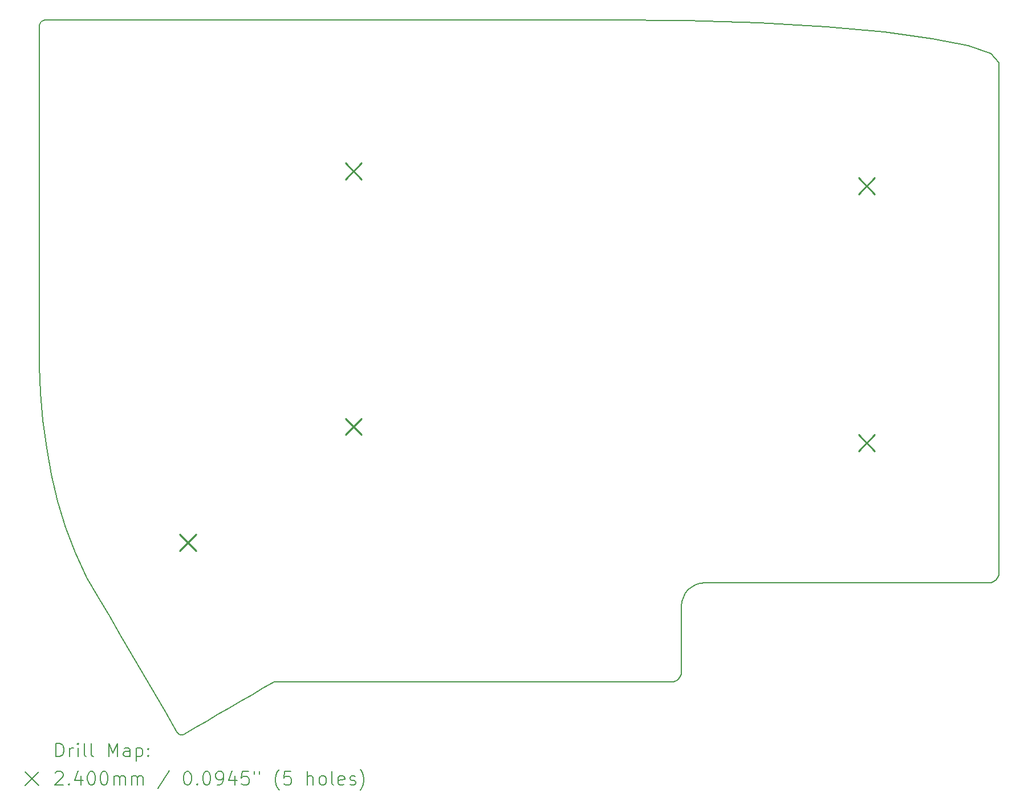
<source format=gbr>
%TF.GenerationSoftware,KiCad,Pcbnew,7.0.10*%
%TF.CreationDate,2024-04-22T20:10:47+02:00*%
%TF.ProjectId,Lily58_Pro_BOTTOM,4c696c79-3538-45f5-9072-6f5f424f5454,rev?*%
%TF.SameCoordinates,Original*%
%TF.FileFunction,Drillmap*%
%TF.FilePolarity,Positive*%
%FSLAX45Y45*%
G04 Gerber Fmt 4.5, Leading zero omitted, Abs format (unit mm)*
G04 Created by KiCad (PCBNEW 7.0.10) date 2024-04-22 20:10:47*
%MOMM*%
%LPD*%
G01*
G04 APERTURE LIST*
%ADD10C,0.200000*%
%ADD11C,0.240000*%
G04 APERTURE END LIST*
D10*
X11618662Y-13648078D02*
X11786231Y-13551064D01*
X11451092Y-13745092D02*
X11618662Y-13648078D01*
X8293753Y-5075063D02*
X8293753Y-4444370D01*
X8293753Y-5705756D02*
X8293753Y-5075063D01*
X11521171Y-3708676D02*
X10480388Y-3708676D01*
X21869242Y-12078973D02*
X22396000Y-12078973D01*
X21342484Y-12078973D02*
X21869242Y-12078973D01*
X20815726Y-12078973D02*
X21342484Y-12078973D01*
X20288967Y-12078973D02*
X20815726Y-12078973D01*
X19762209Y-12078973D02*
X20288967Y-12078973D01*
X19235451Y-12078973D02*
X19762209Y-12078973D01*
X18708693Y-12078973D02*
X19235451Y-12078973D01*
X18181935Y-12078973D02*
X18708693Y-12078973D01*
X18111352Y-12086078D02*
X18181935Y-12078973D01*
X18045633Y-12106456D02*
X18111352Y-12086078D01*
X17986177Y-12138706D02*
X18045633Y-12106456D01*
X17934388Y-12181427D02*
X17986177Y-12138706D01*
X17891668Y-12233216D02*
X17934388Y-12181427D01*
X17859417Y-12292671D02*
X17891668Y-12233216D01*
X17839039Y-12358391D02*
X17859417Y-12292671D01*
X17831935Y-12428973D02*
X17839039Y-12358391D01*
X19980765Y-3817049D02*
X18991954Y-3758537D01*
X20842076Y-3894556D02*
X19980765Y-3817049D01*
X21552570Y-3988516D02*
X20842076Y-3894556D01*
X22088932Y-4096385D02*
X21552570Y-3988516D01*
X17898956Y-3721565D02*
X16725088Y-3708676D01*
X18991954Y-3758537D02*
X17898956Y-3721565D01*
X17765831Y-13525566D02*
X17740350Y-13539388D01*
X17788026Y-13507257D02*
X17765831Y-13525566D01*
X17806335Y-13485062D02*
X17788026Y-13507257D01*
X17820157Y-13459581D02*
X17806335Y-13485062D01*
X17828890Y-13431415D02*
X17820157Y-13459581D01*
X17831935Y-13401166D02*
X17828890Y-13431415D01*
X22546000Y-5291838D02*
X22546000Y-6240000D01*
X22546000Y-4343676D02*
X22546000Y-5291838D01*
X8293753Y-6967143D02*
X8293753Y-6336449D01*
X8293753Y-7597836D02*
X8293753Y-6967143D01*
X8293753Y-8228530D02*
X8293753Y-7597836D01*
X8293753Y-8859223D02*
X8293753Y-8228530D01*
X10480388Y-3708676D02*
X9439604Y-3708676D01*
X12561954Y-3708676D02*
X11521171Y-3708676D01*
X13602738Y-3708676D02*
X12561954Y-3708676D01*
X14643521Y-3708676D02*
X13602738Y-3708676D01*
X15684305Y-3708676D02*
X14643521Y-3708676D01*
X16725088Y-3708676D02*
X15684305Y-3708676D01*
X8340094Y-3726596D02*
X8357930Y-3716921D01*
X8324557Y-3739412D02*
X8340094Y-3726596D01*
X8311741Y-3754949D02*
X8324557Y-3739412D01*
X8302066Y-3772785D02*
X8311741Y-3754949D01*
X8295952Y-3792501D02*
X8302066Y-3772785D01*
X8293821Y-3813676D02*
X8295952Y-3792501D01*
X8377646Y-3710807D02*
X8398821Y-3708676D01*
X8357930Y-3716921D02*
X8377646Y-3710807D01*
X9439604Y-3708676D02*
X8398821Y-3708676D01*
X8293753Y-6336449D02*
X8293753Y-5705756D01*
X8293753Y-4444370D02*
X8293753Y-3813676D01*
X8829176Y-11631807D02*
X8999333Y-11998954D01*
X8686311Y-11253067D02*
X8829176Y-11631807D01*
X8568800Y-10864913D02*
X8686311Y-11253067D01*
X8474708Y-10469525D02*
X8568800Y-10864913D01*
X8402097Y-10069083D02*
X8474708Y-10469525D01*
X8349030Y-9665766D02*
X8402097Y-10069083D01*
X8313569Y-9261756D02*
X8349030Y-9665766D01*
X8293778Y-8859232D02*
X8313569Y-9261756D01*
X10428886Y-14335728D02*
X10445676Y-14327176D01*
X10413021Y-14340447D02*
X10428886Y-14335728D01*
X10398125Y-14341397D02*
X10413021Y-14340447D01*
X10384247Y-14338644D02*
X10398125Y-14341397D01*
X10371433Y-14332253D02*
X10384247Y-14338644D01*
X10359730Y-14322288D02*
X10371433Y-14332253D01*
X10349184Y-14308815D02*
X10359730Y-14322288D01*
X10339843Y-14291898D02*
X10349184Y-14308815D01*
X11283523Y-13842106D02*
X11451092Y-13745092D01*
X11115954Y-13939120D02*
X11283523Y-13842106D01*
X10948384Y-14036134D02*
X11115954Y-13939120D01*
X10780815Y-14133148D02*
X10948384Y-14036134D01*
X10613245Y-14230162D02*
X10780815Y-14133148D01*
X10445676Y-14327176D02*
X10613245Y-14230162D01*
X10172273Y-14005266D02*
X10339843Y-14291898D01*
X10004704Y-13718634D02*
X10172273Y-14005266D01*
X9837134Y-13432002D02*
X10004704Y-13718634D01*
X9669565Y-13145370D02*
X9837134Y-13432002D01*
X9501995Y-12858738D02*
X9669565Y-13145370D01*
X9334426Y-12572106D02*
X9501995Y-12858738D01*
X9166856Y-12285474D02*
X9334426Y-12572106D01*
X8999287Y-11998842D02*
X9166856Y-12285474D01*
X16944983Y-13551166D02*
X17681935Y-13551166D01*
X16208030Y-13551166D02*
X16944983Y-13551166D01*
X15471078Y-13551166D02*
X16208030Y-13551166D01*
X14734126Y-13551166D02*
X15471078Y-13551166D01*
X13997174Y-13551166D02*
X14734126Y-13551166D01*
X13260222Y-13551166D02*
X13997174Y-13551166D01*
X12523269Y-13551166D02*
X13260222Y-13551166D01*
X11786317Y-13551166D02*
X12523269Y-13551166D01*
X17831935Y-13281601D02*
X17831935Y-13403405D01*
X17831935Y-13159797D02*
X17831935Y-13281601D01*
X17831935Y-13037993D02*
X17831935Y-13159797D01*
X17831935Y-12916189D02*
X17831935Y-13037993D01*
X17831935Y-12794385D02*
X17831935Y-12916189D01*
X17831935Y-12672581D02*
X17831935Y-12794385D01*
X17831935Y-12550777D02*
X17831935Y-12672581D01*
X17831935Y-12428973D02*
X17831935Y-12550777D01*
X17712184Y-13548121D02*
X17681935Y-13551166D01*
X17740350Y-13539388D02*
X17712184Y-13548121D01*
X22427847Y-4215619D02*
X22088932Y-4096385D01*
X22546000Y-4343676D02*
X22427847Y-4215619D01*
X22426249Y-12075929D02*
X22396000Y-12078973D01*
X22454415Y-12067195D02*
X22426249Y-12075929D01*
X22479896Y-12053374D02*
X22454415Y-12067195D01*
X22502091Y-12035065D02*
X22479896Y-12053374D01*
X22520400Y-12012870D02*
X22502091Y-12035065D01*
X22534222Y-11987389D02*
X22520400Y-12012870D01*
X22542955Y-11959223D02*
X22534222Y-11987389D01*
X22546000Y-11928973D02*
X22542955Y-11959223D01*
X22546000Y-10980811D02*
X22546000Y-11928973D01*
X22546000Y-10032649D02*
X22546000Y-10980811D01*
X22546000Y-9084487D02*
X22546000Y-10032649D01*
X22546000Y-8136324D02*
X22546000Y-9084487D01*
X22546000Y-7188162D02*
X22546000Y-8136324D01*
X22546000Y-6240000D02*
X22546000Y-7188162D01*
D11*
X10380000Y-11360000D02*
X10620000Y-11600000D01*
X10620000Y-11360000D02*
X10380000Y-11600000D01*
X12840000Y-5840000D02*
X13080000Y-6080000D01*
X13080000Y-5840000D02*
X12840000Y-6080000D01*
X12840000Y-9640000D02*
X13080000Y-9880000D01*
X13080000Y-9640000D02*
X12840000Y-9880000D01*
X20460000Y-6060000D02*
X20700000Y-6300000D01*
X20700000Y-6060000D02*
X20460000Y-6300000D01*
X20460000Y-9880000D02*
X20700000Y-10120000D01*
X20700000Y-9880000D02*
X20460000Y-10120000D01*
D10*
X8544530Y-14662881D02*
X8544530Y-14462881D01*
X8544530Y-14462881D02*
X8592149Y-14462881D01*
X8592149Y-14462881D02*
X8620720Y-14472405D01*
X8620720Y-14472405D02*
X8639768Y-14491453D01*
X8639768Y-14491453D02*
X8649292Y-14510500D01*
X8649292Y-14510500D02*
X8658815Y-14548595D01*
X8658815Y-14548595D02*
X8658815Y-14577167D01*
X8658815Y-14577167D02*
X8649292Y-14615262D01*
X8649292Y-14615262D02*
X8639768Y-14634310D01*
X8639768Y-14634310D02*
X8620720Y-14653357D01*
X8620720Y-14653357D02*
X8592149Y-14662881D01*
X8592149Y-14662881D02*
X8544530Y-14662881D01*
X8744530Y-14662881D02*
X8744530Y-14529548D01*
X8744530Y-14567643D02*
X8754053Y-14548595D01*
X8754053Y-14548595D02*
X8763577Y-14539072D01*
X8763577Y-14539072D02*
X8782625Y-14529548D01*
X8782625Y-14529548D02*
X8801673Y-14529548D01*
X8868339Y-14662881D02*
X8868339Y-14529548D01*
X8868339Y-14462881D02*
X8858815Y-14472405D01*
X8858815Y-14472405D02*
X8868339Y-14481929D01*
X8868339Y-14481929D02*
X8877863Y-14472405D01*
X8877863Y-14472405D02*
X8868339Y-14462881D01*
X8868339Y-14462881D02*
X8868339Y-14481929D01*
X8992149Y-14662881D02*
X8973101Y-14653357D01*
X8973101Y-14653357D02*
X8963577Y-14634310D01*
X8963577Y-14634310D02*
X8963577Y-14462881D01*
X9096911Y-14662881D02*
X9077863Y-14653357D01*
X9077863Y-14653357D02*
X9068339Y-14634310D01*
X9068339Y-14634310D02*
X9068339Y-14462881D01*
X9325482Y-14662881D02*
X9325482Y-14462881D01*
X9325482Y-14462881D02*
X9392149Y-14605738D01*
X9392149Y-14605738D02*
X9458815Y-14462881D01*
X9458815Y-14462881D02*
X9458815Y-14662881D01*
X9639768Y-14662881D02*
X9639768Y-14558119D01*
X9639768Y-14558119D02*
X9630244Y-14539072D01*
X9630244Y-14539072D02*
X9611196Y-14529548D01*
X9611196Y-14529548D02*
X9573101Y-14529548D01*
X9573101Y-14529548D02*
X9554053Y-14539072D01*
X9639768Y-14653357D02*
X9620720Y-14662881D01*
X9620720Y-14662881D02*
X9573101Y-14662881D01*
X9573101Y-14662881D02*
X9554053Y-14653357D01*
X9554053Y-14653357D02*
X9544530Y-14634310D01*
X9544530Y-14634310D02*
X9544530Y-14615262D01*
X9544530Y-14615262D02*
X9554053Y-14596214D01*
X9554053Y-14596214D02*
X9573101Y-14586691D01*
X9573101Y-14586691D02*
X9620720Y-14586691D01*
X9620720Y-14586691D02*
X9639768Y-14577167D01*
X9735006Y-14529548D02*
X9735006Y-14729548D01*
X9735006Y-14539072D02*
X9754053Y-14529548D01*
X9754053Y-14529548D02*
X9792149Y-14529548D01*
X9792149Y-14529548D02*
X9811196Y-14539072D01*
X9811196Y-14539072D02*
X9820720Y-14548595D01*
X9820720Y-14548595D02*
X9830244Y-14567643D01*
X9830244Y-14567643D02*
X9830244Y-14624786D01*
X9830244Y-14624786D02*
X9820720Y-14643833D01*
X9820720Y-14643833D02*
X9811196Y-14653357D01*
X9811196Y-14653357D02*
X9792149Y-14662881D01*
X9792149Y-14662881D02*
X9754053Y-14662881D01*
X9754053Y-14662881D02*
X9735006Y-14653357D01*
X9915958Y-14643833D02*
X9925482Y-14653357D01*
X9925482Y-14653357D02*
X9915958Y-14662881D01*
X9915958Y-14662881D02*
X9906434Y-14653357D01*
X9906434Y-14653357D02*
X9915958Y-14643833D01*
X9915958Y-14643833D02*
X9915958Y-14662881D01*
X9915958Y-14539072D02*
X9925482Y-14548595D01*
X9925482Y-14548595D02*
X9915958Y-14558119D01*
X9915958Y-14558119D02*
X9906434Y-14548595D01*
X9906434Y-14548595D02*
X9915958Y-14539072D01*
X9915958Y-14539072D02*
X9915958Y-14558119D01*
X8083753Y-14891397D02*
X8283753Y-15091397D01*
X8283753Y-14891397D02*
X8083753Y-15091397D01*
X8535006Y-14901929D02*
X8544530Y-14892405D01*
X8544530Y-14892405D02*
X8563577Y-14882881D01*
X8563577Y-14882881D02*
X8611196Y-14882881D01*
X8611196Y-14882881D02*
X8630244Y-14892405D01*
X8630244Y-14892405D02*
X8639768Y-14901929D01*
X8639768Y-14901929D02*
X8649292Y-14920976D01*
X8649292Y-14920976D02*
X8649292Y-14940024D01*
X8649292Y-14940024D02*
X8639768Y-14968595D01*
X8639768Y-14968595D02*
X8525482Y-15082881D01*
X8525482Y-15082881D02*
X8649292Y-15082881D01*
X8735006Y-15063833D02*
X8744530Y-15073357D01*
X8744530Y-15073357D02*
X8735006Y-15082881D01*
X8735006Y-15082881D02*
X8725482Y-15073357D01*
X8725482Y-15073357D02*
X8735006Y-15063833D01*
X8735006Y-15063833D02*
X8735006Y-15082881D01*
X8915958Y-14949548D02*
X8915958Y-15082881D01*
X8868339Y-14873357D02*
X8820720Y-15016214D01*
X8820720Y-15016214D02*
X8944530Y-15016214D01*
X9058815Y-14882881D02*
X9077863Y-14882881D01*
X9077863Y-14882881D02*
X9096911Y-14892405D01*
X9096911Y-14892405D02*
X9106434Y-14901929D01*
X9106434Y-14901929D02*
X9115958Y-14920976D01*
X9115958Y-14920976D02*
X9125482Y-14959072D01*
X9125482Y-14959072D02*
X9125482Y-15006691D01*
X9125482Y-15006691D02*
X9115958Y-15044786D01*
X9115958Y-15044786D02*
X9106434Y-15063833D01*
X9106434Y-15063833D02*
X9096911Y-15073357D01*
X9096911Y-15073357D02*
X9077863Y-15082881D01*
X9077863Y-15082881D02*
X9058815Y-15082881D01*
X9058815Y-15082881D02*
X9039768Y-15073357D01*
X9039768Y-15073357D02*
X9030244Y-15063833D01*
X9030244Y-15063833D02*
X9020720Y-15044786D01*
X9020720Y-15044786D02*
X9011196Y-15006691D01*
X9011196Y-15006691D02*
X9011196Y-14959072D01*
X9011196Y-14959072D02*
X9020720Y-14920976D01*
X9020720Y-14920976D02*
X9030244Y-14901929D01*
X9030244Y-14901929D02*
X9039768Y-14892405D01*
X9039768Y-14892405D02*
X9058815Y-14882881D01*
X9249292Y-14882881D02*
X9268339Y-14882881D01*
X9268339Y-14882881D02*
X9287387Y-14892405D01*
X9287387Y-14892405D02*
X9296911Y-14901929D01*
X9296911Y-14901929D02*
X9306434Y-14920976D01*
X9306434Y-14920976D02*
X9315958Y-14959072D01*
X9315958Y-14959072D02*
X9315958Y-15006691D01*
X9315958Y-15006691D02*
X9306434Y-15044786D01*
X9306434Y-15044786D02*
X9296911Y-15063833D01*
X9296911Y-15063833D02*
X9287387Y-15073357D01*
X9287387Y-15073357D02*
X9268339Y-15082881D01*
X9268339Y-15082881D02*
X9249292Y-15082881D01*
X9249292Y-15082881D02*
X9230244Y-15073357D01*
X9230244Y-15073357D02*
X9220720Y-15063833D01*
X9220720Y-15063833D02*
X9211196Y-15044786D01*
X9211196Y-15044786D02*
X9201673Y-15006691D01*
X9201673Y-15006691D02*
X9201673Y-14959072D01*
X9201673Y-14959072D02*
X9211196Y-14920976D01*
X9211196Y-14920976D02*
X9220720Y-14901929D01*
X9220720Y-14901929D02*
X9230244Y-14892405D01*
X9230244Y-14892405D02*
X9249292Y-14882881D01*
X9401673Y-15082881D02*
X9401673Y-14949548D01*
X9401673Y-14968595D02*
X9411196Y-14959072D01*
X9411196Y-14959072D02*
X9430244Y-14949548D01*
X9430244Y-14949548D02*
X9458815Y-14949548D01*
X9458815Y-14949548D02*
X9477863Y-14959072D01*
X9477863Y-14959072D02*
X9487387Y-14978119D01*
X9487387Y-14978119D02*
X9487387Y-15082881D01*
X9487387Y-14978119D02*
X9496911Y-14959072D01*
X9496911Y-14959072D02*
X9515958Y-14949548D01*
X9515958Y-14949548D02*
X9544530Y-14949548D01*
X9544530Y-14949548D02*
X9563577Y-14959072D01*
X9563577Y-14959072D02*
X9573101Y-14978119D01*
X9573101Y-14978119D02*
X9573101Y-15082881D01*
X9668339Y-15082881D02*
X9668339Y-14949548D01*
X9668339Y-14968595D02*
X9677863Y-14959072D01*
X9677863Y-14959072D02*
X9696911Y-14949548D01*
X9696911Y-14949548D02*
X9725482Y-14949548D01*
X9725482Y-14949548D02*
X9744530Y-14959072D01*
X9744530Y-14959072D02*
X9754054Y-14978119D01*
X9754054Y-14978119D02*
X9754054Y-15082881D01*
X9754054Y-14978119D02*
X9763577Y-14959072D01*
X9763577Y-14959072D02*
X9782625Y-14949548D01*
X9782625Y-14949548D02*
X9811196Y-14949548D01*
X9811196Y-14949548D02*
X9830244Y-14959072D01*
X9830244Y-14959072D02*
X9839768Y-14978119D01*
X9839768Y-14978119D02*
X9839768Y-15082881D01*
X10230244Y-14873357D02*
X10058816Y-15130500D01*
X10487387Y-14882881D02*
X10506435Y-14882881D01*
X10506435Y-14882881D02*
X10525482Y-14892405D01*
X10525482Y-14892405D02*
X10535006Y-14901929D01*
X10535006Y-14901929D02*
X10544530Y-14920976D01*
X10544530Y-14920976D02*
X10554054Y-14959072D01*
X10554054Y-14959072D02*
X10554054Y-15006691D01*
X10554054Y-15006691D02*
X10544530Y-15044786D01*
X10544530Y-15044786D02*
X10535006Y-15063833D01*
X10535006Y-15063833D02*
X10525482Y-15073357D01*
X10525482Y-15073357D02*
X10506435Y-15082881D01*
X10506435Y-15082881D02*
X10487387Y-15082881D01*
X10487387Y-15082881D02*
X10468339Y-15073357D01*
X10468339Y-15073357D02*
X10458816Y-15063833D01*
X10458816Y-15063833D02*
X10449292Y-15044786D01*
X10449292Y-15044786D02*
X10439768Y-15006691D01*
X10439768Y-15006691D02*
X10439768Y-14959072D01*
X10439768Y-14959072D02*
X10449292Y-14920976D01*
X10449292Y-14920976D02*
X10458816Y-14901929D01*
X10458816Y-14901929D02*
X10468339Y-14892405D01*
X10468339Y-14892405D02*
X10487387Y-14882881D01*
X10639768Y-15063833D02*
X10649292Y-15073357D01*
X10649292Y-15073357D02*
X10639768Y-15082881D01*
X10639768Y-15082881D02*
X10630244Y-15073357D01*
X10630244Y-15073357D02*
X10639768Y-15063833D01*
X10639768Y-15063833D02*
X10639768Y-15082881D01*
X10773101Y-14882881D02*
X10792149Y-14882881D01*
X10792149Y-14882881D02*
X10811197Y-14892405D01*
X10811197Y-14892405D02*
X10820720Y-14901929D01*
X10820720Y-14901929D02*
X10830244Y-14920976D01*
X10830244Y-14920976D02*
X10839768Y-14959072D01*
X10839768Y-14959072D02*
X10839768Y-15006691D01*
X10839768Y-15006691D02*
X10830244Y-15044786D01*
X10830244Y-15044786D02*
X10820720Y-15063833D01*
X10820720Y-15063833D02*
X10811197Y-15073357D01*
X10811197Y-15073357D02*
X10792149Y-15082881D01*
X10792149Y-15082881D02*
X10773101Y-15082881D01*
X10773101Y-15082881D02*
X10754054Y-15073357D01*
X10754054Y-15073357D02*
X10744530Y-15063833D01*
X10744530Y-15063833D02*
X10735006Y-15044786D01*
X10735006Y-15044786D02*
X10725482Y-15006691D01*
X10725482Y-15006691D02*
X10725482Y-14959072D01*
X10725482Y-14959072D02*
X10735006Y-14920976D01*
X10735006Y-14920976D02*
X10744530Y-14901929D01*
X10744530Y-14901929D02*
X10754054Y-14892405D01*
X10754054Y-14892405D02*
X10773101Y-14882881D01*
X10935006Y-15082881D02*
X10973101Y-15082881D01*
X10973101Y-15082881D02*
X10992149Y-15073357D01*
X10992149Y-15073357D02*
X11001673Y-15063833D01*
X11001673Y-15063833D02*
X11020720Y-15035262D01*
X11020720Y-15035262D02*
X11030244Y-14997167D01*
X11030244Y-14997167D02*
X11030244Y-14920976D01*
X11030244Y-14920976D02*
X11020720Y-14901929D01*
X11020720Y-14901929D02*
X11011197Y-14892405D01*
X11011197Y-14892405D02*
X10992149Y-14882881D01*
X10992149Y-14882881D02*
X10954054Y-14882881D01*
X10954054Y-14882881D02*
X10935006Y-14892405D01*
X10935006Y-14892405D02*
X10925482Y-14901929D01*
X10925482Y-14901929D02*
X10915958Y-14920976D01*
X10915958Y-14920976D02*
X10915958Y-14968595D01*
X10915958Y-14968595D02*
X10925482Y-14987643D01*
X10925482Y-14987643D02*
X10935006Y-14997167D01*
X10935006Y-14997167D02*
X10954054Y-15006691D01*
X10954054Y-15006691D02*
X10992149Y-15006691D01*
X10992149Y-15006691D02*
X11011197Y-14997167D01*
X11011197Y-14997167D02*
X11020720Y-14987643D01*
X11020720Y-14987643D02*
X11030244Y-14968595D01*
X11201673Y-14949548D02*
X11201673Y-15082881D01*
X11154054Y-14873357D02*
X11106435Y-15016214D01*
X11106435Y-15016214D02*
X11230244Y-15016214D01*
X11401673Y-14882881D02*
X11306435Y-14882881D01*
X11306435Y-14882881D02*
X11296911Y-14978119D01*
X11296911Y-14978119D02*
X11306435Y-14968595D01*
X11306435Y-14968595D02*
X11325482Y-14959072D01*
X11325482Y-14959072D02*
X11373101Y-14959072D01*
X11373101Y-14959072D02*
X11392149Y-14968595D01*
X11392149Y-14968595D02*
X11401673Y-14978119D01*
X11401673Y-14978119D02*
X11411196Y-14997167D01*
X11411196Y-14997167D02*
X11411196Y-15044786D01*
X11411196Y-15044786D02*
X11401673Y-15063833D01*
X11401673Y-15063833D02*
X11392149Y-15073357D01*
X11392149Y-15073357D02*
X11373101Y-15082881D01*
X11373101Y-15082881D02*
X11325482Y-15082881D01*
X11325482Y-15082881D02*
X11306435Y-15073357D01*
X11306435Y-15073357D02*
X11296911Y-15063833D01*
X11487387Y-14882881D02*
X11487387Y-14920976D01*
X11563577Y-14882881D02*
X11563577Y-14920976D01*
X11858816Y-15159072D02*
X11849292Y-15149548D01*
X11849292Y-15149548D02*
X11830244Y-15120976D01*
X11830244Y-15120976D02*
X11820720Y-15101929D01*
X11820720Y-15101929D02*
X11811197Y-15073357D01*
X11811197Y-15073357D02*
X11801673Y-15025738D01*
X11801673Y-15025738D02*
X11801673Y-14987643D01*
X11801673Y-14987643D02*
X11811197Y-14940024D01*
X11811197Y-14940024D02*
X11820720Y-14911453D01*
X11820720Y-14911453D02*
X11830244Y-14892405D01*
X11830244Y-14892405D02*
X11849292Y-14863833D01*
X11849292Y-14863833D02*
X11858816Y-14854310D01*
X12030244Y-14882881D02*
X11935006Y-14882881D01*
X11935006Y-14882881D02*
X11925482Y-14978119D01*
X11925482Y-14978119D02*
X11935006Y-14968595D01*
X11935006Y-14968595D02*
X11954054Y-14959072D01*
X11954054Y-14959072D02*
X12001673Y-14959072D01*
X12001673Y-14959072D02*
X12020720Y-14968595D01*
X12020720Y-14968595D02*
X12030244Y-14978119D01*
X12030244Y-14978119D02*
X12039768Y-14997167D01*
X12039768Y-14997167D02*
X12039768Y-15044786D01*
X12039768Y-15044786D02*
X12030244Y-15063833D01*
X12030244Y-15063833D02*
X12020720Y-15073357D01*
X12020720Y-15073357D02*
X12001673Y-15082881D01*
X12001673Y-15082881D02*
X11954054Y-15082881D01*
X11954054Y-15082881D02*
X11935006Y-15073357D01*
X11935006Y-15073357D02*
X11925482Y-15063833D01*
X12277863Y-15082881D02*
X12277863Y-14882881D01*
X12363578Y-15082881D02*
X12363578Y-14978119D01*
X12363578Y-14978119D02*
X12354054Y-14959072D01*
X12354054Y-14959072D02*
X12335006Y-14949548D01*
X12335006Y-14949548D02*
X12306435Y-14949548D01*
X12306435Y-14949548D02*
X12287387Y-14959072D01*
X12287387Y-14959072D02*
X12277863Y-14968595D01*
X12487387Y-15082881D02*
X12468339Y-15073357D01*
X12468339Y-15073357D02*
X12458816Y-15063833D01*
X12458816Y-15063833D02*
X12449292Y-15044786D01*
X12449292Y-15044786D02*
X12449292Y-14987643D01*
X12449292Y-14987643D02*
X12458816Y-14968595D01*
X12458816Y-14968595D02*
X12468339Y-14959072D01*
X12468339Y-14959072D02*
X12487387Y-14949548D01*
X12487387Y-14949548D02*
X12515959Y-14949548D01*
X12515959Y-14949548D02*
X12535006Y-14959072D01*
X12535006Y-14959072D02*
X12544530Y-14968595D01*
X12544530Y-14968595D02*
X12554054Y-14987643D01*
X12554054Y-14987643D02*
X12554054Y-15044786D01*
X12554054Y-15044786D02*
X12544530Y-15063833D01*
X12544530Y-15063833D02*
X12535006Y-15073357D01*
X12535006Y-15073357D02*
X12515959Y-15082881D01*
X12515959Y-15082881D02*
X12487387Y-15082881D01*
X12668339Y-15082881D02*
X12649292Y-15073357D01*
X12649292Y-15073357D02*
X12639768Y-15054310D01*
X12639768Y-15054310D02*
X12639768Y-14882881D01*
X12820720Y-15073357D02*
X12801673Y-15082881D01*
X12801673Y-15082881D02*
X12763578Y-15082881D01*
X12763578Y-15082881D02*
X12744530Y-15073357D01*
X12744530Y-15073357D02*
X12735006Y-15054310D01*
X12735006Y-15054310D02*
X12735006Y-14978119D01*
X12735006Y-14978119D02*
X12744530Y-14959072D01*
X12744530Y-14959072D02*
X12763578Y-14949548D01*
X12763578Y-14949548D02*
X12801673Y-14949548D01*
X12801673Y-14949548D02*
X12820720Y-14959072D01*
X12820720Y-14959072D02*
X12830244Y-14978119D01*
X12830244Y-14978119D02*
X12830244Y-14997167D01*
X12830244Y-14997167D02*
X12735006Y-15016214D01*
X12906435Y-15073357D02*
X12925482Y-15082881D01*
X12925482Y-15082881D02*
X12963578Y-15082881D01*
X12963578Y-15082881D02*
X12982625Y-15073357D01*
X12982625Y-15073357D02*
X12992149Y-15054310D01*
X12992149Y-15054310D02*
X12992149Y-15044786D01*
X12992149Y-15044786D02*
X12982625Y-15025738D01*
X12982625Y-15025738D02*
X12963578Y-15016214D01*
X12963578Y-15016214D02*
X12935006Y-15016214D01*
X12935006Y-15016214D02*
X12915959Y-15006691D01*
X12915959Y-15006691D02*
X12906435Y-14987643D01*
X12906435Y-14987643D02*
X12906435Y-14978119D01*
X12906435Y-14978119D02*
X12915959Y-14959072D01*
X12915959Y-14959072D02*
X12935006Y-14949548D01*
X12935006Y-14949548D02*
X12963578Y-14949548D01*
X12963578Y-14949548D02*
X12982625Y-14959072D01*
X13058816Y-15159072D02*
X13068340Y-15149548D01*
X13068340Y-15149548D02*
X13087387Y-15120976D01*
X13087387Y-15120976D02*
X13096911Y-15101929D01*
X13096911Y-15101929D02*
X13106435Y-15073357D01*
X13106435Y-15073357D02*
X13115959Y-15025738D01*
X13115959Y-15025738D02*
X13115959Y-14987643D01*
X13115959Y-14987643D02*
X13106435Y-14940024D01*
X13106435Y-14940024D02*
X13096911Y-14911453D01*
X13096911Y-14911453D02*
X13087387Y-14892405D01*
X13087387Y-14892405D02*
X13068340Y-14863833D01*
X13068340Y-14863833D02*
X13058816Y-14854310D01*
M02*

</source>
